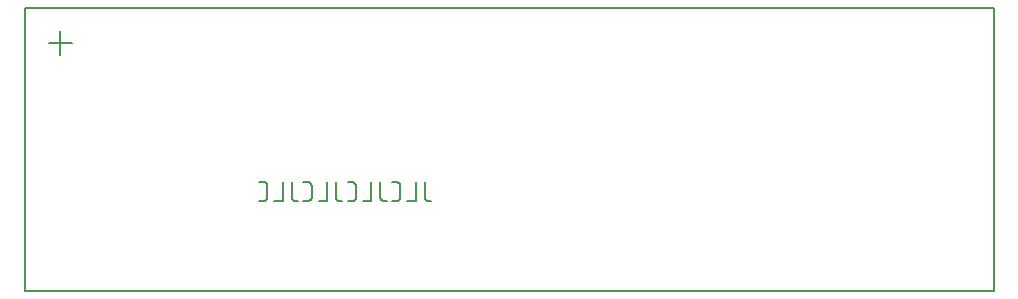
<source format=gbr>
G04 EAGLE Gerber RS-274X export*
G75*
%MOMM*%
%FSLAX34Y34*%
%LPD*%
%INSilkscreen Bottom*%
%IPPOS*%
%AMOC8*
5,1,8,0,0,1.08239X$1,22.5*%
G01*
%ADD10C,0.152400*%
%ADD11C,0.127000*%


D10*
X317669Y112268D02*
X317669Y99624D01*
X317670Y99624D02*
X317672Y99506D01*
X317678Y99388D01*
X317687Y99270D01*
X317701Y99153D01*
X317718Y99036D01*
X317739Y98919D01*
X317764Y98804D01*
X317793Y98689D01*
X317826Y98575D01*
X317862Y98463D01*
X317902Y98352D01*
X317945Y98242D01*
X317992Y98133D01*
X318042Y98026D01*
X318097Y97921D01*
X318154Y97818D01*
X318215Y97717D01*
X318279Y97617D01*
X318346Y97520D01*
X318416Y97425D01*
X318490Y97333D01*
X318566Y97242D01*
X318646Y97155D01*
X318728Y97070D01*
X318813Y96988D01*
X318900Y96908D01*
X318991Y96832D01*
X319083Y96758D01*
X319178Y96688D01*
X319275Y96621D01*
X319375Y96557D01*
X319476Y96496D01*
X319579Y96439D01*
X319684Y96384D01*
X319791Y96334D01*
X319900Y96287D01*
X320010Y96244D01*
X320121Y96204D01*
X320233Y96168D01*
X320347Y96135D01*
X320462Y96106D01*
X320577Y96081D01*
X320694Y96060D01*
X320811Y96043D01*
X320928Y96029D01*
X321046Y96020D01*
X321164Y96014D01*
X321282Y96012D01*
X323088Y96012D01*
X310051Y96012D02*
X310051Y112268D01*
X310051Y96012D02*
X302827Y96012D01*
X293482Y96012D02*
X289870Y96012D01*
X293482Y96012D02*
X293600Y96014D01*
X293718Y96020D01*
X293836Y96029D01*
X293953Y96043D01*
X294070Y96060D01*
X294187Y96081D01*
X294302Y96106D01*
X294417Y96135D01*
X294531Y96168D01*
X294643Y96204D01*
X294754Y96244D01*
X294864Y96287D01*
X294973Y96334D01*
X295080Y96384D01*
X295185Y96439D01*
X295288Y96496D01*
X295389Y96557D01*
X295489Y96621D01*
X295586Y96688D01*
X295681Y96758D01*
X295773Y96832D01*
X295864Y96908D01*
X295951Y96988D01*
X296036Y97070D01*
X296118Y97155D01*
X296198Y97242D01*
X296274Y97333D01*
X296348Y97425D01*
X296418Y97520D01*
X296485Y97617D01*
X296549Y97717D01*
X296610Y97818D01*
X296667Y97921D01*
X296722Y98026D01*
X296772Y98133D01*
X296819Y98242D01*
X296862Y98352D01*
X296902Y98463D01*
X296938Y98575D01*
X296971Y98689D01*
X297000Y98804D01*
X297025Y98919D01*
X297046Y99036D01*
X297063Y99153D01*
X297077Y99270D01*
X297086Y99388D01*
X297092Y99506D01*
X297094Y99624D01*
X297095Y99624D02*
X297095Y108656D01*
X297094Y108656D02*
X297092Y108774D01*
X297086Y108892D01*
X297077Y109010D01*
X297063Y109127D01*
X297046Y109244D01*
X297025Y109361D01*
X297000Y109476D01*
X296971Y109591D01*
X296938Y109705D01*
X296902Y109817D01*
X296862Y109928D01*
X296819Y110038D01*
X296772Y110147D01*
X296722Y110254D01*
X296667Y110359D01*
X296610Y110462D01*
X296549Y110563D01*
X296485Y110663D01*
X296418Y110760D01*
X296348Y110855D01*
X296274Y110947D01*
X296198Y111038D01*
X296118Y111125D01*
X296036Y111210D01*
X295951Y111292D01*
X295864Y111372D01*
X295773Y111448D01*
X295681Y111522D01*
X295586Y111592D01*
X295489Y111659D01*
X295389Y111723D01*
X295288Y111784D01*
X295185Y111841D01*
X295080Y111896D01*
X294973Y111946D01*
X294864Y111993D01*
X294754Y112036D01*
X294643Y112076D01*
X294531Y112112D01*
X294417Y112145D01*
X294302Y112174D01*
X294187Y112199D01*
X294070Y112220D01*
X293953Y112237D01*
X293836Y112251D01*
X293718Y112260D01*
X293600Y112266D01*
X293482Y112268D01*
X289870Y112268D01*
X280154Y112268D02*
X280154Y99624D01*
X280155Y99624D02*
X280157Y99506D01*
X280163Y99388D01*
X280172Y99270D01*
X280186Y99153D01*
X280203Y99036D01*
X280224Y98919D01*
X280249Y98804D01*
X280278Y98689D01*
X280311Y98575D01*
X280347Y98463D01*
X280387Y98352D01*
X280430Y98242D01*
X280477Y98133D01*
X280527Y98026D01*
X280582Y97921D01*
X280639Y97818D01*
X280700Y97717D01*
X280764Y97617D01*
X280831Y97520D01*
X280901Y97425D01*
X280975Y97333D01*
X281051Y97242D01*
X281131Y97155D01*
X281213Y97070D01*
X281298Y96988D01*
X281385Y96908D01*
X281476Y96832D01*
X281568Y96758D01*
X281663Y96688D01*
X281760Y96621D01*
X281860Y96557D01*
X281961Y96496D01*
X282064Y96439D01*
X282169Y96384D01*
X282276Y96334D01*
X282385Y96287D01*
X282495Y96244D01*
X282606Y96204D01*
X282718Y96168D01*
X282832Y96135D01*
X282947Y96106D01*
X283062Y96081D01*
X283179Y96060D01*
X283296Y96043D01*
X283413Y96029D01*
X283531Y96020D01*
X283649Y96014D01*
X283767Y96012D01*
X285573Y96012D01*
X272537Y96012D02*
X272537Y112268D01*
X272537Y96012D02*
X265312Y96012D01*
X255967Y96012D02*
X252355Y96012D01*
X255967Y96012D02*
X256085Y96014D01*
X256203Y96020D01*
X256321Y96029D01*
X256438Y96043D01*
X256555Y96060D01*
X256672Y96081D01*
X256787Y96106D01*
X256902Y96135D01*
X257016Y96168D01*
X257128Y96204D01*
X257239Y96244D01*
X257349Y96287D01*
X257458Y96334D01*
X257565Y96384D01*
X257670Y96439D01*
X257773Y96496D01*
X257874Y96557D01*
X257974Y96621D01*
X258071Y96688D01*
X258166Y96758D01*
X258258Y96832D01*
X258349Y96908D01*
X258436Y96988D01*
X258521Y97070D01*
X258603Y97155D01*
X258683Y97242D01*
X258759Y97333D01*
X258833Y97425D01*
X258903Y97520D01*
X258970Y97617D01*
X259034Y97717D01*
X259095Y97818D01*
X259152Y97921D01*
X259207Y98026D01*
X259257Y98133D01*
X259304Y98242D01*
X259347Y98352D01*
X259387Y98463D01*
X259423Y98575D01*
X259456Y98689D01*
X259485Y98804D01*
X259510Y98919D01*
X259531Y99036D01*
X259548Y99153D01*
X259562Y99270D01*
X259571Y99388D01*
X259577Y99506D01*
X259579Y99624D01*
X259580Y99624D02*
X259580Y108656D01*
X259579Y108656D02*
X259577Y108774D01*
X259571Y108892D01*
X259562Y109010D01*
X259548Y109127D01*
X259531Y109244D01*
X259510Y109361D01*
X259485Y109476D01*
X259456Y109591D01*
X259423Y109705D01*
X259387Y109817D01*
X259347Y109928D01*
X259304Y110038D01*
X259257Y110147D01*
X259207Y110254D01*
X259152Y110359D01*
X259095Y110462D01*
X259034Y110563D01*
X258970Y110663D01*
X258903Y110760D01*
X258833Y110855D01*
X258759Y110947D01*
X258683Y111038D01*
X258603Y111125D01*
X258521Y111210D01*
X258436Y111292D01*
X258349Y111372D01*
X258258Y111448D01*
X258166Y111522D01*
X258071Y111592D01*
X257974Y111659D01*
X257874Y111723D01*
X257773Y111784D01*
X257670Y111841D01*
X257565Y111896D01*
X257458Y111946D01*
X257349Y111993D01*
X257239Y112036D01*
X257128Y112076D01*
X257016Y112112D01*
X256902Y112145D01*
X256787Y112174D01*
X256672Y112199D01*
X256555Y112220D01*
X256438Y112237D01*
X256321Y112251D01*
X256203Y112260D01*
X256085Y112266D01*
X255967Y112268D01*
X252355Y112268D01*
X242640Y112268D02*
X242640Y99624D01*
X242642Y99506D01*
X242648Y99388D01*
X242657Y99270D01*
X242671Y99153D01*
X242688Y99036D01*
X242709Y98919D01*
X242734Y98804D01*
X242763Y98689D01*
X242796Y98575D01*
X242832Y98463D01*
X242872Y98352D01*
X242915Y98242D01*
X242962Y98133D01*
X243012Y98026D01*
X243067Y97921D01*
X243124Y97818D01*
X243185Y97717D01*
X243249Y97617D01*
X243316Y97520D01*
X243386Y97425D01*
X243460Y97333D01*
X243536Y97242D01*
X243616Y97155D01*
X243698Y97070D01*
X243783Y96988D01*
X243870Y96908D01*
X243961Y96832D01*
X244053Y96758D01*
X244148Y96688D01*
X244245Y96621D01*
X244345Y96557D01*
X244446Y96496D01*
X244549Y96439D01*
X244654Y96384D01*
X244761Y96334D01*
X244870Y96287D01*
X244980Y96244D01*
X245091Y96204D01*
X245203Y96168D01*
X245317Y96135D01*
X245432Y96106D01*
X245547Y96081D01*
X245664Y96060D01*
X245781Y96043D01*
X245898Y96029D01*
X246016Y96020D01*
X246134Y96014D01*
X246252Y96012D01*
X248058Y96012D01*
X235022Y96012D02*
X235022Y112268D01*
X235022Y96012D02*
X227797Y96012D01*
X218452Y96012D02*
X214840Y96012D01*
X218452Y96012D02*
X218570Y96014D01*
X218688Y96020D01*
X218806Y96029D01*
X218923Y96043D01*
X219040Y96060D01*
X219157Y96081D01*
X219272Y96106D01*
X219387Y96135D01*
X219501Y96168D01*
X219613Y96204D01*
X219724Y96244D01*
X219834Y96287D01*
X219943Y96334D01*
X220050Y96384D01*
X220155Y96439D01*
X220258Y96496D01*
X220359Y96557D01*
X220459Y96621D01*
X220556Y96688D01*
X220651Y96758D01*
X220743Y96832D01*
X220834Y96908D01*
X220921Y96988D01*
X221006Y97070D01*
X221088Y97155D01*
X221168Y97242D01*
X221244Y97333D01*
X221318Y97425D01*
X221388Y97520D01*
X221455Y97617D01*
X221519Y97717D01*
X221580Y97818D01*
X221637Y97921D01*
X221692Y98026D01*
X221742Y98133D01*
X221789Y98242D01*
X221832Y98352D01*
X221872Y98463D01*
X221908Y98575D01*
X221941Y98689D01*
X221970Y98804D01*
X221995Y98919D01*
X222016Y99036D01*
X222033Y99153D01*
X222047Y99270D01*
X222056Y99388D01*
X222062Y99506D01*
X222064Y99624D01*
X222065Y99624D02*
X222065Y108656D01*
X222064Y108656D02*
X222062Y108774D01*
X222056Y108892D01*
X222047Y109010D01*
X222033Y109127D01*
X222016Y109244D01*
X221995Y109361D01*
X221970Y109476D01*
X221941Y109591D01*
X221908Y109705D01*
X221872Y109817D01*
X221832Y109928D01*
X221789Y110038D01*
X221742Y110147D01*
X221692Y110254D01*
X221637Y110359D01*
X221580Y110462D01*
X221519Y110563D01*
X221455Y110663D01*
X221388Y110760D01*
X221318Y110855D01*
X221244Y110947D01*
X221168Y111038D01*
X221088Y111125D01*
X221006Y111210D01*
X220921Y111292D01*
X220834Y111372D01*
X220743Y111448D01*
X220651Y111522D01*
X220556Y111592D01*
X220459Y111659D01*
X220359Y111723D01*
X220258Y111784D01*
X220155Y111841D01*
X220050Y111896D01*
X219943Y111946D01*
X219834Y111993D01*
X219724Y112036D01*
X219613Y112076D01*
X219501Y112112D01*
X219387Y112145D01*
X219272Y112174D01*
X219157Y112199D01*
X219040Y112220D01*
X218923Y112237D01*
X218806Y112251D01*
X218688Y112260D01*
X218570Y112266D01*
X218452Y112268D01*
X214840Y112268D01*
X205125Y112268D02*
X205125Y99624D01*
X205127Y99506D01*
X205133Y99388D01*
X205142Y99270D01*
X205156Y99153D01*
X205173Y99036D01*
X205194Y98919D01*
X205219Y98804D01*
X205248Y98689D01*
X205281Y98575D01*
X205317Y98463D01*
X205357Y98352D01*
X205400Y98242D01*
X205447Y98133D01*
X205497Y98026D01*
X205552Y97921D01*
X205609Y97818D01*
X205670Y97717D01*
X205734Y97617D01*
X205801Y97520D01*
X205871Y97425D01*
X205945Y97333D01*
X206021Y97242D01*
X206101Y97155D01*
X206183Y97070D01*
X206268Y96988D01*
X206355Y96908D01*
X206446Y96832D01*
X206538Y96758D01*
X206633Y96688D01*
X206730Y96621D01*
X206830Y96557D01*
X206931Y96496D01*
X207034Y96439D01*
X207139Y96384D01*
X207246Y96334D01*
X207355Y96287D01*
X207465Y96244D01*
X207576Y96204D01*
X207688Y96168D01*
X207802Y96135D01*
X207917Y96106D01*
X208032Y96081D01*
X208149Y96060D01*
X208266Y96043D01*
X208383Y96029D01*
X208501Y96020D01*
X208619Y96014D01*
X208737Y96012D01*
X210543Y96012D01*
X197507Y96012D02*
X197507Y112268D01*
X197507Y96012D02*
X190282Y96012D01*
X180938Y96012D02*
X177325Y96012D01*
X180938Y96012D02*
X181056Y96014D01*
X181174Y96020D01*
X181292Y96029D01*
X181409Y96043D01*
X181526Y96060D01*
X181643Y96081D01*
X181758Y96106D01*
X181873Y96135D01*
X181987Y96168D01*
X182099Y96204D01*
X182210Y96244D01*
X182320Y96287D01*
X182429Y96334D01*
X182536Y96384D01*
X182641Y96439D01*
X182744Y96496D01*
X182845Y96557D01*
X182945Y96621D01*
X183042Y96688D01*
X183137Y96758D01*
X183229Y96832D01*
X183320Y96908D01*
X183407Y96988D01*
X183492Y97070D01*
X183574Y97155D01*
X183654Y97242D01*
X183730Y97333D01*
X183804Y97425D01*
X183874Y97520D01*
X183941Y97617D01*
X184005Y97717D01*
X184066Y97818D01*
X184123Y97921D01*
X184178Y98026D01*
X184228Y98133D01*
X184275Y98242D01*
X184318Y98352D01*
X184358Y98463D01*
X184394Y98575D01*
X184427Y98689D01*
X184456Y98804D01*
X184481Y98919D01*
X184502Y99036D01*
X184519Y99153D01*
X184533Y99270D01*
X184542Y99388D01*
X184548Y99506D01*
X184550Y99624D01*
X184550Y108656D01*
X184548Y108774D01*
X184542Y108892D01*
X184533Y109010D01*
X184519Y109127D01*
X184502Y109244D01*
X184481Y109361D01*
X184456Y109476D01*
X184427Y109591D01*
X184394Y109705D01*
X184358Y109817D01*
X184318Y109928D01*
X184275Y110038D01*
X184228Y110147D01*
X184178Y110254D01*
X184123Y110359D01*
X184066Y110462D01*
X184005Y110563D01*
X183941Y110663D01*
X183874Y110760D01*
X183804Y110855D01*
X183730Y110947D01*
X183654Y111038D01*
X183574Y111125D01*
X183492Y111210D01*
X183407Y111292D01*
X183320Y111372D01*
X183229Y111448D01*
X183137Y111522D01*
X183042Y111592D01*
X182945Y111659D01*
X182845Y111723D01*
X182744Y111784D01*
X182641Y111841D01*
X182536Y111896D01*
X182429Y111946D01*
X182320Y111993D01*
X182210Y112036D01*
X182099Y112076D01*
X181987Y112112D01*
X181873Y112145D01*
X181758Y112174D01*
X181643Y112199D01*
X181526Y112220D01*
X181409Y112237D01*
X181292Y112251D01*
X181174Y112260D01*
X181056Y112266D01*
X180938Y112268D01*
X177325Y112268D01*
D11*
X-20700Y19700D02*
X-20700Y259700D01*
X-20700Y19700D02*
X749300Y19700D01*
X799300Y19700D01*
X799300Y259700D01*
X79300Y259700D01*
X-20700Y259700D01*
X9300Y239700D02*
X9300Y229700D01*
X9300Y219700D01*
X-700Y229700D02*
X19300Y229700D01*
M02*

</source>
